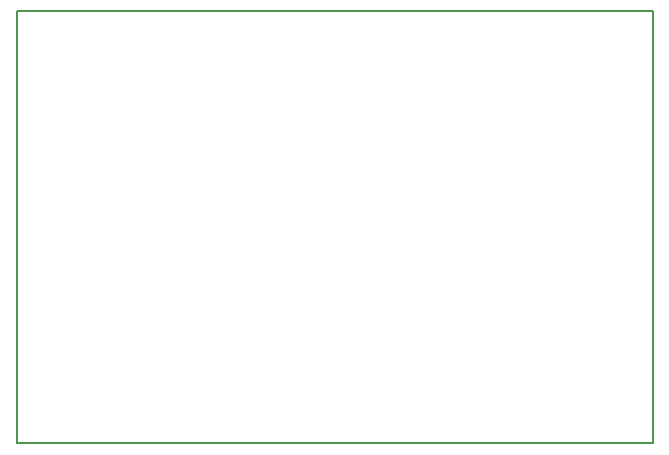
<source format=gbr>
G04 #@! TF.FileFunction,Profile,NP*
%FSLAX46Y46*%
G04 Gerber Fmt 4.6, Leading zero omitted, Abs format (unit mm)*
G04 Created by KiCad (PCBNEW 4.0.7) date 06/12/18 06:08:35*
%MOMM*%
%LPD*%
G01*
G04 APERTURE LIST*
%ADD10C,0.100000*%
%ADD11C,0.150000*%
G04 APERTURE END LIST*
D10*
D11*
X196596000Y-72644000D02*
X196088000Y-72644000D01*
X196596000Y-109220000D02*
X196596000Y-72644000D01*
X152908000Y-72644000D02*
X196088000Y-72644000D01*
X142748000Y-72644000D02*
X152908000Y-72644000D01*
X142748000Y-83820000D02*
X142748000Y-72644000D01*
X142748000Y-109220000D02*
X142748000Y-83820000D01*
X196596000Y-109220000D02*
X142748000Y-109220000D01*
M02*

</source>
